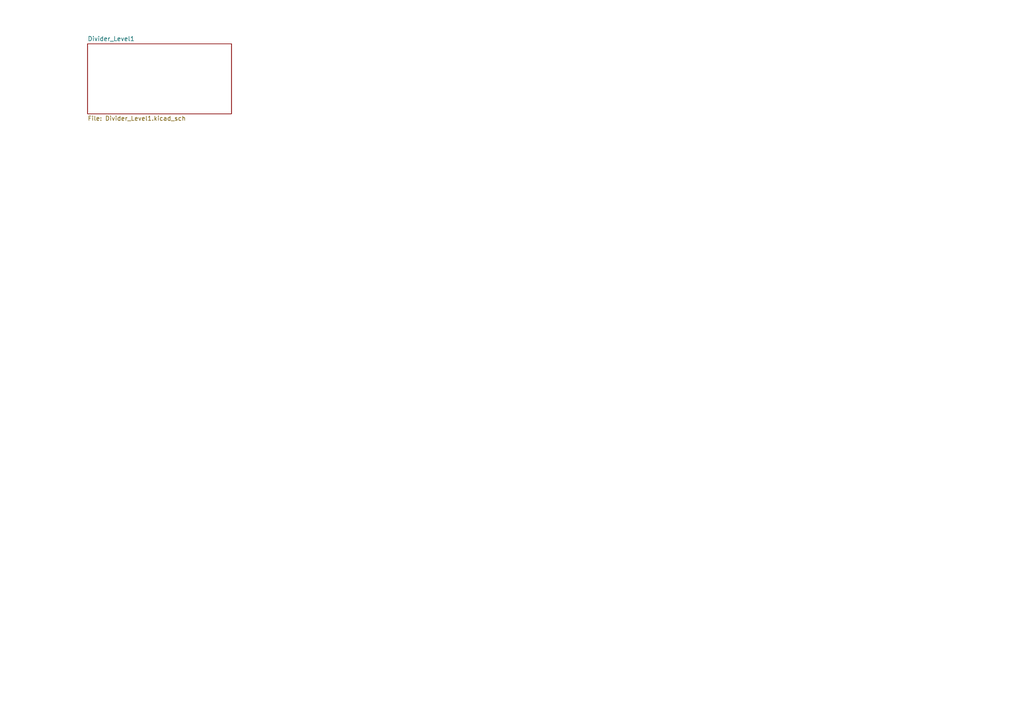
<source format=kicad_sch>
(kicad_sch
	(version 20250114)
	(generator "circuit_synth")
	(generator_version "0.8.36")
	(uuid "89d3af47-2880-43fd-847f-746b603cf672")
	(paper "A4")
	(title_block
		(title "nested_dividers")
	)
	(lib_symbols)
	(sheet
		(at 25.4 12.7)
		(size 41.75 20.32)
		(exclude_from_sim no)
		(in_bom yes)
		(on_board yes)
		(dnp no)
		(fields_autoplaced yes)
		(stroke
			(width 0.1524)
			(type solid)
		)
		(fill
			(color 0 0 0 0.0000)
		)
		(uuid "b55f763f-74c4-47f2-9c6f-19f069147fc6")
		(property "Sheetname" "Divider_Level1"
			(at 25.4 11.9884 0)
			(effects
				(font
					(size 1.27 1.27)
				)
				(justify left bottom)
			)
		)
		(property "Sheetfile" "Divider_Level1.kicad_sch"
			(at 25.4 33.6046 0)
			(effects
				(font
					(size 1.27 1.27)
				)
				(justify left top)
			)
		)
		(instances
			(project "nested_dividers"
				(path "/89d3af47-2880-43fd-847f-746b603cf672"
					(page "2")
				)
			)
		)
	)
	(sheet_instances
		(path "/"
			(page "1")
		)
	)
	(embedded_fonts no)
)

</source>
